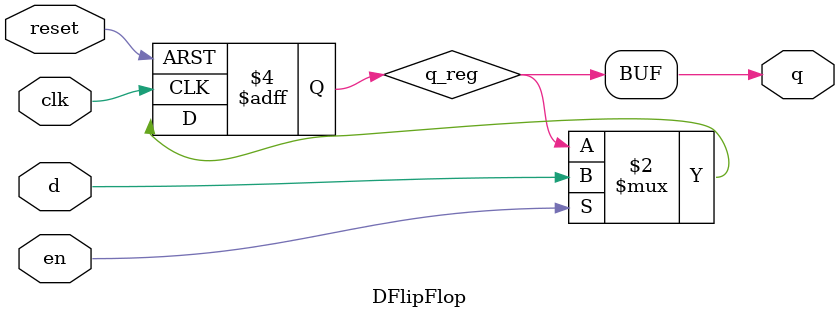
<source format=v>
`timescale 1ns / 1ps


module DFlipFlop(
    input clk,
    input reset,
    input d,
    input en,
    output q
    );

    reg q_reg;

    always @(posedge clk, posedge reset) begin
        if (reset)
            q_reg <= 1'b0;
        else if (en)
            q_reg <= d;
    end

    assign q = q_reg;

endmodule

</source>
